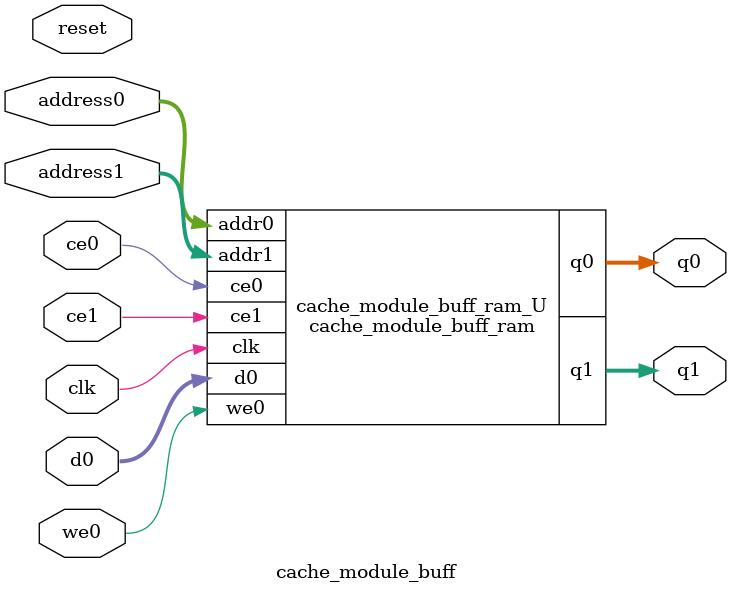
<source format=v>

`timescale 1 ns / 1 ps
module cache_module_buff_ram (addr0, ce0, d0, we0, q0, addr1, ce1, q1,  clk);

parameter DWIDTH = 32;
parameter AWIDTH = 3;
parameter MEM_SIZE = 5;

input[AWIDTH-1:0] addr0;
input ce0;
input[DWIDTH-1:0] d0;
input we0;
output reg[DWIDTH-1:0] q0;
input[AWIDTH-1:0] addr1;
input ce1;
output reg[DWIDTH-1:0] q1;
input clk;

(* ram_style = "block" *)reg [DWIDTH-1:0] ram[MEM_SIZE-1:0];




always @(posedge clk)  
begin 
    if (ce0) 
    begin
        if (we0) 
        begin 
            ram[addr0] <= d0; 
            q0 <= d0;
        end 
        else 
            q0 <= ram[addr0];
    end
end


always @(posedge clk)  
begin 
    if (ce1) 
    begin
            q1 <= ram[addr1];
    end
end


endmodule


`timescale 1 ns / 1 ps
module cache_module_buff(
    reset,
    clk,
    address0,
    ce0,
    we0,
    d0,
    q0,
    address1,
    ce1,
    q1);

parameter DataWidth = 32'd32;
parameter AddressRange = 32'd5;
parameter AddressWidth = 32'd3;
input reset;
input clk;
input[AddressWidth - 1:0] address0;
input ce0;
input we0;
input[DataWidth - 1:0] d0;
output[DataWidth - 1:0] q0;
input[AddressWidth - 1:0] address1;
input ce1;
output[DataWidth - 1:0] q1;




cache_module_buff_ram cache_module_buff_ram_U(
    .clk( clk ),
    .addr0( address0 ),
    .ce0( ce0 ),
    .d0( d0 ),
    .we0( we0 ),
    .q0( q0 ),
    .addr1( address1 ),
    .ce1( ce1 ),
    .q1( q1 ));

endmodule


</source>
